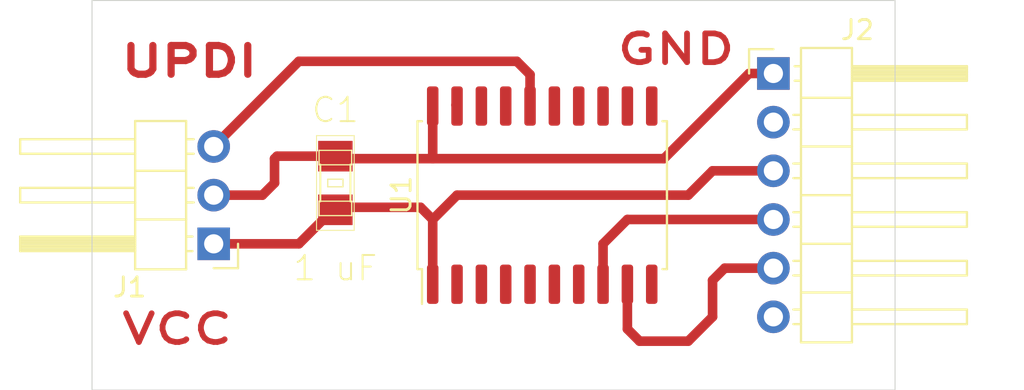
<source format=kicad_pcb>
(kicad_pcb (version 20171130) (host pcbnew "(5.1.9)-1")

  (general
    (thickness 1.6)
    (drawings 8)
    (tracks 38)
    (zones 0)
    (modules 4)
    (nets 6)
  )

  (page A4)
  (layers
    (0 F.Cu signal)
    (31 B.Cu signal)
    (32 B.Adhes user)
    (33 F.Adhes user)
    (34 B.Paste user)
    (35 F.Paste user)
    (36 B.SilkS user)
    (37 F.SilkS user)
    (38 B.Mask user)
    (39 F.Mask user)
    (40 Dwgs.User user)
    (41 Cmts.User user)
    (42 Eco1.User user)
    (43 Eco2.User user)
    (44 Edge.Cuts user)
    (45 Margin user)
    (46 B.CrtYd user)
    (47 F.CrtYd user)
    (48 B.Fab user)
    (49 F.Fab user)
  )

  (setup
    (last_trace_width 0.25)
    (user_trace_width 0.5)
    (trace_clearance 0.2)
    (zone_clearance 0.508)
    (zone_45_only no)
    (trace_min 0.4)
    (via_size 0.8)
    (via_drill 0.4)
    (via_min_size 0.4)
    (via_min_drill 0.3)
    (uvia_size 0.3)
    (uvia_drill 0.1)
    (uvias_allowed no)
    (uvia_min_size 0.2)
    (uvia_min_drill 0.1)
    (edge_width 0.05)
    (segment_width 0.2)
    (pcb_text_width 0.3)
    (pcb_text_size 1.5 1.5)
    (mod_edge_width 0.12)
    (mod_text_size 1 1)
    (mod_text_width 0.15)
    (pad_size 1.524 1.524)
    (pad_drill 0.762)
    (pad_to_mask_clearance 0)
    (aux_axis_origin 0 0)
    (visible_elements 7FFFFFFF)
    (pcbplotparams
      (layerselection 0x00100_7ffffffe)
      (usegerberextensions false)
      (usegerberattributes true)
      (usegerberadvancedattributes true)
      (creategerberjobfile true)
      (excludeedgelayer true)
      (linewidth 0.100000)
      (plotframeref false)
      (viasonmask false)
      (mode 1)
      (useauxorigin false)
      (hpglpennumber 1)
      (hpglpenspeed 20)
      (hpglpendiameter 15.000000)
      (psnegative false)
      (psa4output false)
      (plotreference true)
      (plotvalue true)
      (plotinvisibletext false)
      (padsonsilk false)
      (subtractmaskfromsilk false)
      (outputformat 5)
      (mirror false)
      (drillshape 0)
      (scaleselection 1)
      (outputdirectory "./"))
  )

  (net 0 "")
  (net 1 GND)
  (net 2 VCC)
  (net 3 "Net-(J1-Pad3)")
  (net 4 RX)
  (net 5 TX)

  (net_class Default "This is the default net class."
    (clearance 0.2)
    (trace_width 0.25)
    (via_dia 0.8)
    (via_drill 0.4)
    (uvia_dia 0.3)
    (uvia_drill 0.1)
    (add_net GND)
    (add_net "Net-(J1-Pad3)")
    (add_net "Net-(J2-Pad2)")
    (add_net "Net-(J2-Pad6)")
    (add_net "Net-(U1-Pad10)")
    (add_net "Net-(U1-Pad11)")
    (add_net "Net-(U1-Pad12)")
    (add_net "Net-(U1-Pad13)")
    (add_net "Net-(U1-Pad14)")
    (add_net "Net-(U1-Pad15)")
    (add_net "Net-(U1-Pad17)")
    (add_net "Net-(U1-Pad18)")
    (add_net "Net-(U1-Pad2)")
    (add_net "Net-(U1-Pad3)")
    (add_net "Net-(U1-Pad4)")
    (add_net "Net-(U1-Pad5)")
    (add_net "Net-(U1-Pad6)")
    (add_net "Net-(U1-Pad7)")
    (add_net RX)
    (add_net TX)
    (add_net VCC)
  )

  (module Connector_PinHeader_2.54mm:PinHeader_1x06_P2.54mm_Horizontal (layer F.Cu) (tedit 59FED5CB) (tstamp 60015083)
    (at 158.115 111.76)
    (descr "Through hole angled pin header, 1x06, 2.54mm pitch, 6mm pin length, single row")
    (tags "Through hole angled pin header THT 1x06 2.54mm single row")
    (path /600252B5)
    (fp_text reference J2 (at 4.385 -2.27) (layer F.SilkS)
      (effects (font (size 1 1) (thickness 0.15)))
    )
    (fp_text value Conn_FTDI_01x06_Male (at 4.385 14.97) (layer F.Fab)
      (effects (font (size 1 1) (thickness 0.15)))
    )
    (fp_text user %R (at 2.77 6.35 90) (layer F.Fab)
      (effects (font (size 1 1) (thickness 0.15)))
    )
    (fp_line (start 2.135 -1.27) (end 4.04 -1.27) (layer F.Fab) (width 0.1))
    (fp_line (start 4.04 -1.27) (end 4.04 13.97) (layer F.Fab) (width 0.1))
    (fp_line (start 4.04 13.97) (end 1.5 13.97) (layer F.Fab) (width 0.1))
    (fp_line (start 1.5 13.97) (end 1.5 -0.635) (layer F.Fab) (width 0.1))
    (fp_line (start 1.5 -0.635) (end 2.135 -1.27) (layer F.Fab) (width 0.1))
    (fp_line (start -0.32 -0.32) (end 1.5 -0.32) (layer F.Fab) (width 0.1))
    (fp_line (start -0.32 -0.32) (end -0.32 0.32) (layer F.Fab) (width 0.1))
    (fp_line (start -0.32 0.32) (end 1.5 0.32) (layer F.Fab) (width 0.1))
    (fp_line (start 4.04 -0.32) (end 10.04 -0.32) (layer F.Fab) (width 0.1))
    (fp_line (start 10.04 -0.32) (end 10.04 0.32) (layer F.Fab) (width 0.1))
    (fp_line (start 4.04 0.32) (end 10.04 0.32) (layer F.Fab) (width 0.1))
    (fp_line (start -0.32 2.22) (end 1.5 2.22) (layer F.Fab) (width 0.1))
    (fp_line (start -0.32 2.22) (end -0.32 2.86) (layer F.Fab) (width 0.1))
    (fp_line (start -0.32 2.86) (end 1.5 2.86) (layer F.Fab) (width 0.1))
    (fp_line (start 4.04 2.22) (end 10.04 2.22) (layer F.Fab) (width 0.1))
    (fp_line (start 10.04 2.22) (end 10.04 2.86) (layer F.Fab) (width 0.1))
    (fp_line (start 4.04 2.86) (end 10.04 2.86) (layer F.Fab) (width 0.1))
    (fp_line (start -0.32 4.76) (end 1.5 4.76) (layer F.Fab) (width 0.1))
    (fp_line (start -0.32 4.76) (end -0.32 5.4) (layer F.Fab) (width 0.1))
    (fp_line (start -0.32 5.4) (end 1.5 5.4) (layer F.Fab) (width 0.1))
    (fp_line (start 4.04 4.76) (end 10.04 4.76) (layer F.Fab) (width 0.1))
    (fp_line (start 10.04 4.76) (end 10.04 5.4) (layer F.Fab) (width 0.1))
    (fp_line (start 4.04 5.4) (end 10.04 5.4) (layer F.Fab) (width 0.1))
    (fp_line (start -0.32 7.3) (end 1.5 7.3) (layer F.Fab) (width 0.1))
    (fp_line (start -0.32 7.3) (end -0.32 7.94) (layer F.Fab) (width 0.1))
    (fp_line (start -0.32 7.94) (end 1.5 7.94) (layer F.Fab) (width 0.1))
    (fp_line (start 4.04 7.3) (end 10.04 7.3) (layer F.Fab) (width 0.1))
    (fp_line (start 10.04 7.3) (end 10.04 7.94) (layer F.Fab) (width 0.1))
    (fp_line (start 4.04 7.94) (end 10.04 7.94) (layer F.Fab) (width 0.1))
    (fp_line (start -0.32 9.84) (end 1.5 9.84) (layer F.Fab) (width 0.1))
    (fp_line (start -0.32 9.84) (end -0.32 10.48) (layer F.Fab) (width 0.1))
    (fp_line (start -0.32 10.48) (end 1.5 10.48) (layer F.Fab) (width 0.1))
    (fp_line (start 4.04 9.84) (end 10.04 9.84) (layer F.Fab) (width 0.1))
    (fp_line (start 10.04 9.84) (end 10.04 10.48) (layer F.Fab) (width 0.1))
    (fp_line (start 4.04 10.48) (end 10.04 10.48) (layer F.Fab) (width 0.1))
    (fp_line (start -0.32 12.38) (end 1.5 12.38) (layer F.Fab) (width 0.1))
    (fp_line (start -0.32 12.38) (end -0.32 13.02) (layer F.Fab) (width 0.1))
    (fp_line (start -0.32 13.02) (end 1.5 13.02) (layer F.Fab) (width 0.1))
    (fp_line (start 4.04 12.38) (end 10.04 12.38) (layer F.Fab) (width 0.1))
    (fp_line (start 10.04 12.38) (end 10.04 13.02) (layer F.Fab) (width 0.1))
    (fp_line (start 4.04 13.02) (end 10.04 13.02) (layer F.Fab) (width 0.1))
    (fp_line (start 1.44 -1.33) (end 1.44 14.03) (layer F.SilkS) (width 0.12))
    (fp_line (start 1.44 14.03) (end 4.1 14.03) (layer F.SilkS) (width 0.12))
    (fp_line (start 4.1 14.03) (end 4.1 -1.33) (layer F.SilkS) (width 0.12))
    (fp_line (start 4.1 -1.33) (end 1.44 -1.33) (layer F.SilkS) (width 0.12))
    (fp_line (start 4.1 -0.38) (end 10.1 -0.38) (layer F.SilkS) (width 0.12))
    (fp_line (start 10.1 -0.38) (end 10.1 0.38) (layer F.SilkS) (width 0.12))
    (fp_line (start 10.1 0.38) (end 4.1 0.38) (layer F.SilkS) (width 0.12))
    (fp_line (start 4.1 -0.32) (end 10.1 -0.32) (layer F.SilkS) (width 0.12))
    (fp_line (start 4.1 -0.2) (end 10.1 -0.2) (layer F.SilkS) (width 0.12))
    (fp_line (start 4.1 -0.08) (end 10.1 -0.08) (layer F.SilkS) (width 0.12))
    (fp_line (start 4.1 0.04) (end 10.1 0.04) (layer F.SilkS) (width 0.12))
    (fp_line (start 4.1 0.16) (end 10.1 0.16) (layer F.SilkS) (width 0.12))
    (fp_line (start 4.1 0.28) (end 10.1 0.28) (layer F.SilkS) (width 0.12))
    (fp_line (start 1.11 -0.38) (end 1.44 -0.38) (layer F.SilkS) (width 0.12))
    (fp_line (start 1.11 0.38) (end 1.44 0.38) (layer F.SilkS) (width 0.12))
    (fp_line (start 1.44 1.27) (end 4.1 1.27) (layer F.SilkS) (width 0.12))
    (fp_line (start 4.1 2.16) (end 10.1 2.16) (layer F.SilkS) (width 0.12))
    (fp_line (start 10.1 2.16) (end 10.1 2.92) (layer F.SilkS) (width 0.12))
    (fp_line (start 10.1 2.92) (end 4.1 2.92) (layer F.SilkS) (width 0.12))
    (fp_line (start 1.042929 2.16) (end 1.44 2.16) (layer F.SilkS) (width 0.12))
    (fp_line (start 1.042929 2.92) (end 1.44 2.92) (layer F.SilkS) (width 0.12))
    (fp_line (start 1.44 3.81) (end 4.1 3.81) (layer F.SilkS) (width 0.12))
    (fp_line (start 4.1 4.7) (end 10.1 4.7) (layer F.SilkS) (width 0.12))
    (fp_line (start 10.1 4.7) (end 10.1 5.46) (layer F.SilkS) (width 0.12))
    (fp_line (start 10.1 5.46) (end 4.1 5.46) (layer F.SilkS) (width 0.12))
    (fp_line (start 1.042929 4.7) (end 1.44 4.7) (layer F.SilkS) (width 0.12))
    (fp_line (start 1.042929 5.46) (end 1.44 5.46) (layer F.SilkS) (width 0.12))
    (fp_line (start 1.44 6.35) (end 4.1 6.35) (layer F.SilkS) (width 0.12))
    (fp_line (start 4.1 7.24) (end 10.1 7.24) (layer F.SilkS) (width 0.12))
    (fp_line (start 10.1 7.24) (end 10.1 8) (layer F.SilkS) (width 0.12))
    (fp_line (start 10.1 8) (end 4.1 8) (layer F.SilkS) (width 0.12))
    (fp_line (start 1.042929 7.24) (end 1.44 7.24) (layer F.SilkS) (width 0.12))
    (fp_line (start 1.042929 8) (end 1.44 8) (layer F.SilkS) (width 0.12))
    (fp_line (start 1.44 8.89) (end 4.1 8.89) (layer F.SilkS) (width 0.12))
    (fp_line (start 4.1 9.78) (end 10.1 9.78) (layer F.SilkS) (width 0.12))
    (fp_line (start 10.1 9.78) (end 10.1 10.54) (layer F.SilkS) (width 0.12))
    (fp_line (start 10.1 10.54) (end 4.1 10.54) (layer F.SilkS) (width 0.12))
    (fp_line (start 1.042929 9.78) (end 1.44 9.78) (layer F.SilkS) (width 0.12))
    (fp_line (start 1.042929 10.54) (end 1.44 10.54) (layer F.SilkS) (width 0.12))
    (fp_line (start 1.44 11.43) (end 4.1 11.43) (layer F.SilkS) (width 0.12))
    (fp_line (start 4.1 12.32) (end 10.1 12.32) (layer F.SilkS) (width 0.12))
    (fp_line (start 10.1 12.32) (end 10.1 13.08) (layer F.SilkS) (width 0.12))
    (fp_line (start 10.1 13.08) (end 4.1 13.08) (layer F.SilkS) (width 0.12))
    (fp_line (start 1.042929 12.32) (end 1.44 12.32) (layer F.SilkS) (width 0.12))
    (fp_line (start 1.042929 13.08) (end 1.44 13.08) (layer F.SilkS) (width 0.12))
    (fp_line (start -1.27 0) (end -1.27 -1.27) (layer F.SilkS) (width 0.12))
    (fp_line (start -1.27 -1.27) (end 0 -1.27) (layer F.SilkS) (width 0.12))
    (fp_line (start -1.8 -1.8) (end -1.8 14.5) (layer F.CrtYd) (width 0.05))
    (fp_line (start -1.8 14.5) (end 10.55 14.5) (layer F.CrtYd) (width 0.05))
    (fp_line (start 10.55 14.5) (end 10.55 -1.8) (layer F.CrtYd) (width 0.05))
    (fp_line (start 10.55 -1.8) (end -1.8 -1.8) (layer F.CrtYd) (width 0.05))
    (pad 6 thru_hole oval (at 0 12.7) (size 1.7 1.7) (drill 1) (layers *.Cu *.Mask))
    (pad 5 thru_hole oval (at 0 10.16) (size 1.7 1.7) (drill 1) (layers *.Cu *.Mask)
      (net 4 RX))
    (pad 4 thru_hole oval (at 0 7.62) (size 1.7 1.7) (drill 1) (layers *.Cu *.Mask)
      (net 5 TX))
    (pad 3 thru_hole oval (at 0 5.08) (size 1.7 1.7) (drill 1) (layers *.Cu *.Mask)
      (net 2 VCC))
    (pad 2 thru_hole oval (at 0 2.54) (size 1.7 1.7) (drill 1) (layers *.Cu *.Mask))
    (pad 1 thru_hole rect (at 0 0) (size 1.7 1.7) (drill 1) (layers *.Cu *.Mask)
      (net 1 GND))
    (model ${KISYS3DMOD}/Connector_PinHeader_2.54mm.3dshapes/PinHeader_1x06_P2.54mm_Horizontal.wrl
      (at (xyz 0 0 0))
      (scale (xyz 1 1 1))
      (rotate (xyz 0 0 0))
    )
  )

  (module Connector_PinHeader_2.54mm:PinHeader_1x03_P2.54mm_Horizontal (layer F.Cu) (tedit 59FED5CB) (tstamp 60002154)
    (at 128.905 120.65 180)
    (descr "Through hole angled pin header, 1x03, 2.54mm pitch, 6mm pin length, single row")
    (tags "Through hole angled pin header THT 1x03 2.54mm single row")
    (path /6002AE56)
    (fp_text reference J1 (at 4.385 -2.27) (layer F.SilkS)
      (effects (font (size 1 1) (thickness 0.15)))
    )
    (fp_text value Conn_01x03_Male (at 4.385 7.35) (layer F.Fab)
      (effects (font (size 1 1) (thickness 0.15)))
    )
    (fp_text user %R (at 2.77 2.54 90) (layer F.Fab)
      (effects (font (size 1 1) (thickness 0.15)))
    )
    (fp_line (start 2.135 -1.27) (end 4.04 -1.27) (layer F.Fab) (width 0.1))
    (fp_line (start 4.04 -1.27) (end 4.04 6.35) (layer F.Fab) (width 0.1))
    (fp_line (start 4.04 6.35) (end 1.5 6.35) (layer F.Fab) (width 0.1))
    (fp_line (start 1.5 6.35) (end 1.5 -0.635) (layer F.Fab) (width 0.1))
    (fp_line (start 1.5 -0.635) (end 2.135 -1.27) (layer F.Fab) (width 0.1))
    (fp_line (start -0.32 -0.32) (end 1.5 -0.32) (layer F.Fab) (width 0.1))
    (fp_line (start -0.32 -0.32) (end -0.32 0.32) (layer F.Fab) (width 0.1))
    (fp_line (start -0.32 0.32) (end 1.5 0.32) (layer F.Fab) (width 0.1))
    (fp_line (start 4.04 -0.32) (end 10.04 -0.32) (layer F.Fab) (width 0.1))
    (fp_line (start 10.04 -0.32) (end 10.04 0.32) (layer F.Fab) (width 0.1))
    (fp_line (start 4.04 0.32) (end 10.04 0.32) (layer F.Fab) (width 0.1))
    (fp_line (start -0.32 2.22) (end 1.5 2.22) (layer F.Fab) (width 0.1))
    (fp_line (start -0.32 2.22) (end -0.32 2.86) (layer F.Fab) (width 0.1))
    (fp_line (start -0.32 2.86) (end 1.5 2.86) (layer F.Fab) (width 0.1))
    (fp_line (start 4.04 2.22) (end 10.04 2.22) (layer F.Fab) (width 0.1))
    (fp_line (start 10.04 2.22) (end 10.04 2.86) (layer F.Fab) (width 0.1))
    (fp_line (start 4.04 2.86) (end 10.04 2.86) (layer F.Fab) (width 0.1))
    (fp_line (start -0.32 4.76) (end 1.5 4.76) (layer F.Fab) (width 0.1))
    (fp_line (start -0.32 4.76) (end -0.32 5.4) (layer F.Fab) (width 0.1))
    (fp_line (start -0.32 5.4) (end 1.5 5.4) (layer F.Fab) (width 0.1))
    (fp_line (start 4.04 4.76) (end 10.04 4.76) (layer F.Fab) (width 0.1))
    (fp_line (start 10.04 4.76) (end 10.04 5.4) (layer F.Fab) (width 0.1))
    (fp_line (start 4.04 5.4) (end 10.04 5.4) (layer F.Fab) (width 0.1))
    (fp_line (start 1.44 -1.33) (end 1.44 6.41) (layer F.SilkS) (width 0.12))
    (fp_line (start 1.44 6.41) (end 4.1 6.41) (layer F.SilkS) (width 0.12))
    (fp_line (start 4.1 6.41) (end 4.1 -1.33) (layer F.SilkS) (width 0.12))
    (fp_line (start 4.1 -1.33) (end 1.44 -1.33) (layer F.SilkS) (width 0.12))
    (fp_line (start 4.1 -0.38) (end 10.1 -0.38) (layer F.SilkS) (width 0.12))
    (fp_line (start 10.1 -0.38) (end 10.1 0.38) (layer F.SilkS) (width 0.12))
    (fp_line (start 10.1 0.38) (end 4.1 0.38) (layer F.SilkS) (width 0.12))
    (fp_line (start 4.1 -0.32) (end 10.1 -0.32) (layer F.SilkS) (width 0.12))
    (fp_line (start 4.1 -0.2) (end 10.1 -0.2) (layer F.SilkS) (width 0.12))
    (fp_line (start 4.1 -0.08) (end 10.1 -0.08) (layer F.SilkS) (width 0.12))
    (fp_line (start 4.1 0.04) (end 10.1 0.04) (layer F.SilkS) (width 0.12))
    (fp_line (start 4.1 0.16) (end 10.1 0.16) (layer F.SilkS) (width 0.12))
    (fp_line (start 4.1 0.28) (end 10.1 0.28) (layer F.SilkS) (width 0.12))
    (fp_line (start 1.11 -0.38) (end 1.44 -0.38) (layer F.SilkS) (width 0.12))
    (fp_line (start 1.11 0.38) (end 1.44 0.38) (layer F.SilkS) (width 0.12))
    (fp_line (start 1.44 1.27) (end 4.1 1.27) (layer F.SilkS) (width 0.12))
    (fp_line (start 4.1 2.16) (end 10.1 2.16) (layer F.SilkS) (width 0.12))
    (fp_line (start 10.1 2.16) (end 10.1 2.92) (layer F.SilkS) (width 0.12))
    (fp_line (start 10.1 2.92) (end 4.1 2.92) (layer F.SilkS) (width 0.12))
    (fp_line (start 1.042929 2.16) (end 1.44 2.16) (layer F.SilkS) (width 0.12))
    (fp_line (start 1.042929 2.92) (end 1.44 2.92) (layer F.SilkS) (width 0.12))
    (fp_line (start 1.44 3.81) (end 4.1 3.81) (layer F.SilkS) (width 0.12))
    (fp_line (start 4.1 4.7) (end 10.1 4.7) (layer F.SilkS) (width 0.12))
    (fp_line (start 10.1 4.7) (end 10.1 5.46) (layer F.SilkS) (width 0.12))
    (fp_line (start 10.1 5.46) (end 4.1 5.46) (layer F.SilkS) (width 0.12))
    (fp_line (start 1.042929 4.7) (end 1.44 4.7) (layer F.SilkS) (width 0.12))
    (fp_line (start 1.042929 5.46) (end 1.44 5.46) (layer F.SilkS) (width 0.12))
    (fp_line (start -1.27 0) (end -1.27 -1.27) (layer F.SilkS) (width 0.12))
    (fp_line (start -1.27 -1.27) (end 0 -1.27) (layer F.SilkS) (width 0.12))
    (fp_line (start -1.8 -1.8) (end -1.8 6.85) (layer F.CrtYd) (width 0.05))
    (fp_line (start -1.8 6.85) (end 10.55 6.85) (layer F.CrtYd) (width 0.05))
    (fp_line (start 10.55 6.85) (end 10.55 -1.8) (layer F.CrtYd) (width 0.05))
    (fp_line (start 10.55 -1.8) (end -1.8 -1.8) (layer F.CrtYd) (width 0.05))
    (pad 3 thru_hole oval (at 0 5.08 180) (size 1.7 1.7) (drill 1) (layers *.Cu *.Mask)
      (net 3 "Net-(J1-Pad3)"))
    (pad 2 thru_hole oval (at 0 2.54 180) (size 1.7 1.7) (drill 1) (layers *.Cu *.Mask)
      (net 1 GND))
    (pad 1 thru_hole rect (at 0 0 180) (size 1.7 1.7) (drill 1) (layers *.Cu *.Mask)
      (net 2 VCC))
    (model ${KISYS3DMOD}/Connector_PinHeader_2.54mm.3dshapes/PinHeader_1x03_P2.54mm_Horizontal.wrl
      (at (xyz 0 0 0))
      (scale (xyz 1 1 1))
      (rotate (xyz 0 0 0))
    )
  )

  (module Package_SO:SOIC-20W_7.5x12.8mm_P1.27mm (layer F.Cu) (tedit 5D9F72B1) (tstamp 60013425)
    (at 146.05 118.11 90)
    (descr "SOIC, 20 Pin (JEDEC MS-013AC, https://www.analog.com/media/en/package-pcb-resources/package/233848rw_20.pdf), generated with kicad-footprint-generator ipc_gullwing_generator.py")
    (tags "SOIC SO")
    (path /600136EB)
    (attr smd)
    (fp_text reference U1 (at 0 -7.35 90) (layer F.SilkS)
      (effects (font (size 1 1) (thickness 0.15)))
    )
    (fp_text value ATtiny1616-S (at -7.62 -0.635 180) (layer F.Fab)
      (effects (font (size 1 1) (thickness 0.15)))
    )
    (fp_line (start 5.93 -6.65) (end -5.93 -6.65) (layer F.CrtYd) (width 0.05))
    (fp_line (start 5.93 6.65) (end 5.93 -6.65) (layer F.CrtYd) (width 0.05))
    (fp_line (start -5.93 6.65) (end 5.93 6.65) (layer F.CrtYd) (width 0.05))
    (fp_line (start -5.93 -6.65) (end -5.93 6.65) (layer F.CrtYd) (width 0.05))
    (fp_line (start -3.75 -5.4) (end -2.75 -6.4) (layer F.Fab) (width 0.1))
    (fp_line (start -3.75 6.4) (end -3.75 -5.4) (layer F.Fab) (width 0.1))
    (fp_line (start 3.75 6.4) (end -3.75 6.4) (layer F.Fab) (width 0.1))
    (fp_line (start 3.75 -6.4) (end 3.75 6.4) (layer F.Fab) (width 0.1))
    (fp_line (start -2.75 -6.4) (end 3.75 -6.4) (layer F.Fab) (width 0.1))
    (fp_line (start -3.86 -6.275) (end -5.675 -6.275) (layer F.SilkS) (width 0.12))
    (fp_line (start -3.86 -6.51) (end -3.86 -6.275) (layer F.SilkS) (width 0.12))
    (fp_line (start 0 -6.51) (end -3.86 -6.51) (layer F.SilkS) (width 0.12))
    (fp_line (start 3.86 -6.51) (end 3.86 -6.275) (layer F.SilkS) (width 0.12))
    (fp_line (start 0 -6.51) (end 3.86 -6.51) (layer F.SilkS) (width 0.12))
    (fp_line (start -3.86 6.51) (end -3.86 6.275) (layer F.SilkS) (width 0.12))
    (fp_line (start 0 6.51) (end -3.86 6.51) (layer F.SilkS) (width 0.12))
    (fp_line (start 3.86 6.51) (end 3.86 6.275) (layer F.SilkS) (width 0.12))
    (fp_line (start 0 6.51) (end 3.86 6.51) (layer F.SilkS) (width 0.12))
    (fp_text user %R (at 0 0 90) (layer F.Fab)
      (effects (font (size 1 1) (thickness 0.15)))
    )
    (pad 20 smd roundrect (at 4.65 -5.715 90) (size 2.05 0.6) (layers F.Cu F.Paste F.Mask) (roundrect_rratio 0.25)
      (net 1 GND))
    (pad 19 smd roundrect (at 4.65 -4.445 90) (size 2.05 0.6) (layers F.Cu F.Paste F.Mask) (roundrect_rratio 0.25))
    (pad 18 smd roundrect (at 4.65 -3.175 90) (size 2.05 0.6) (layers F.Cu F.Paste F.Mask) (roundrect_rratio 0.25))
    (pad 17 smd roundrect (at 4.65 -1.905 90) (size 2.05 0.6) (layers F.Cu F.Paste F.Mask) (roundrect_rratio 0.25))
    (pad 16 smd roundrect (at 4.65 -0.635 90) (size 2.05 0.6) (layers F.Cu F.Paste F.Mask) (roundrect_rratio 0.25)
      (net 3 "Net-(J1-Pad3)"))
    (pad 15 smd roundrect (at 4.65 0.635 90) (size 2.05 0.6) (layers F.Cu F.Paste F.Mask) (roundrect_rratio 0.25))
    (pad 14 smd roundrect (at 4.65 1.905 90) (size 2.05 0.6) (layers F.Cu F.Paste F.Mask) (roundrect_rratio 0.25))
    (pad 13 smd roundrect (at 4.65 3.175 90) (size 2.05 0.6) (layers F.Cu F.Paste F.Mask) (roundrect_rratio 0.25))
    (pad 12 smd roundrect (at 4.65 4.445 90) (size 2.05 0.6) (layers F.Cu F.Paste F.Mask) (roundrect_rratio 0.25))
    (pad 11 smd roundrect (at 4.65 5.715 90) (size 2.05 0.6) (layers F.Cu F.Paste F.Mask) (roundrect_rratio 0.25))
    (pad 10 smd roundrect (at -4.65 5.715 90) (size 2.05 0.6) (layers F.Cu F.Paste F.Mask) (roundrect_rratio 0.25))
    (pad 9 smd roundrect (at -4.65 4.445 90) (size 2.05 0.6) (layers F.Cu F.Paste F.Mask) (roundrect_rratio 0.25)
      (net 4 RX))
    (pad 8 smd roundrect (at -4.65 3.175 90) (size 2.05 0.6) (layers F.Cu F.Paste F.Mask) (roundrect_rratio 0.25)
      (net 5 TX))
    (pad 7 smd roundrect (at -4.65 1.905 90) (size 2.05 0.6) (layers F.Cu F.Paste F.Mask) (roundrect_rratio 0.25))
    (pad 6 smd roundrect (at -4.65 0.635 90) (size 2.05 0.6) (layers F.Cu F.Paste F.Mask) (roundrect_rratio 0.25))
    (pad 5 smd roundrect (at -4.65 -0.635 90) (size 2.05 0.6) (layers F.Cu F.Paste F.Mask) (roundrect_rratio 0.25))
    (pad 4 smd roundrect (at -4.65 -1.905 90) (size 2.05 0.6) (layers F.Cu F.Paste F.Mask) (roundrect_rratio 0.25))
    (pad 3 smd roundrect (at -4.65 -3.175 90) (size 2.05 0.6) (layers F.Cu F.Paste F.Mask) (roundrect_rratio 0.25))
    (pad 2 smd roundrect (at -4.65 -4.445 90) (size 2.05 0.6) (layers F.Cu F.Paste F.Mask) (roundrect_rratio 0.25))
    (pad 1 smd roundrect (at -4.65 -5.715 90) (size 2.05 0.6) (layers F.Cu F.Paste F.Mask) (roundrect_rratio 0.25)
      (net 2 VCC))
    (model ${KISYS3DMOD}/Package_SO.3dshapes/SOIC-20W_7.5x12.8mm_P1.27mm.wrl
      (at (xyz 0 0 0))
      (scale (xyz 1 1 1))
      (rotate (xyz 0 0 0))
    )
  )

  (module fab:fab-C1206 (layer F.Cu) (tedit 200000) (tstamp 600041D0)
    (at 135.255 117.475 90)
    (descr CAPACITOR)
    (tags CAPACITOR)
    (path /60024360)
    (attr smd)
    (fp_text reference C1 (at 3.81 0 180) (layer F.SilkS)
      (effects (font (size 1.27 1.27) (thickness 0.1016)))
    )
    (fp_text value "1 uF" (at -4.445 0 180) (layer F.SilkS)
      (effects (font (size 1.27 1.27) (thickness 0.1016)))
    )
    (fp_line (start -1.7018 0.8509) (end -0.94996 0.8509) (layer F.SilkS) (width 0.06604))
    (fp_line (start -0.94996 0.8509) (end -0.94996 -0.84836) (layer F.SilkS) (width 0.06604))
    (fp_line (start -1.7018 -0.84836) (end -0.94996 -0.84836) (layer F.SilkS) (width 0.06604))
    (fp_line (start -1.7018 0.8509) (end -1.7018 -0.84836) (layer F.SilkS) (width 0.06604))
    (fp_line (start 0.94996 0.84836) (end 1.7018 0.84836) (layer F.SilkS) (width 0.06604))
    (fp_line (start 1.7018 0.84836) (end 1.7018 -0.8509) (layer F.SilkS) (width 0.06604))
    (fp_line (start 0.94996 -0.8509) (end 1.7018 -0.8509) (layer F.SilkS) (width 0.06604))
    (fp_line (start 0.94996 0.84836) (end 0.94996 -0.8509) (layer F.SilkS) (width 0.06604))
    (fp_line (start -0.19812 0.39878) (end 0.19812 0.39878) (layer F.SilkS) (width 0.06604))
    (fp_line (start 0.19812 0.39878) (end 0.19812 -0.39878) (layer F.SilkS) (width 0.06604))
    (fp_line (start -0.19812 -0.39878) (end 0.19812 -0.39878) (layer F.SilkS) (width 0.06604))
    (fp_line (start -0.19812 0.39878) (end -0.19812 -0.39878) (layer F.SilkS) (width 0.06604))
    (fp_line (start -2.47142 -0.98298) (end 2.47142 -0.98298) (layer F.SilkS) (width 0.0508))
    (fp_line (start 2.47142 0.98298) (end -2.47142 0.98298) (layer F.SilkS) (width 0.0508))
    (fp_line (start -2.47142 0.98298) (end -2.47142 -0.98298) (layer F.SilkS) (width 0.0508))
    (fp_line (start 2.47142 -0.98298) (end 2.47142 0.98298) (layer F.SilkS) (width 0.0508))
    (fp_line (start -0.96266 -0.78486) (end 0.96266 -0.78486) (layer F.SilkS) (width 0.1016))
    (fp_line (start -0.96266 0.78486) (end 0.96266 0.78486) (layer F.SilkS) (width 0.1016))
    (pad 2 smd rect (at 1.39954 0 90) (size 1.59766 1.79832) (layers F.Cu F.Paste F.Mask)
      (net 1 GND))
    (pad 1 smd rect (at -1.39954 0 90) (size 1.59766 1.79832) (layers F.Cu F.Paste F.Mask)
      (net 2 VCC))
  )

  (gr_line (start 164.465 128.27) (end 122.555 128.27) (layer Edge.Cuts) (width 0.05) (tstamp 60401E4F))
  (gr_line (start 164.465 107.95) (end 164.465 128.27) (layer Edge.Cuts) (width 0.05))
  (gr_line (start 122.555 107.95) (end 164.465 107.95) (layer Edge.Cuts) (width 0.05))
  (gr_line (start 122.555 128.27) (end 122.555 107.95) (layer Edge.Cuts) (width 0.05))
  (gr_text GND (at 153.035 110.49) (layer F.Cu)
    (effects (font (size 1.5 2) (thickness 0.3)))
  )
  (gr_text VCC (at 127 125.095) (layer F.Cu)
    (effects (font (size 1.5 2) (thickness 0.3)))
  )
  (gr_text UPDI (at 127.635 111.125) (layer F.Cu)
    (effects (font (size 1.5 2) (thickness 0.375)))
  )
  (gr_poly (pts (xy 163.195 127.635) (xy 123.825 127.635) (xy 123.825 108.585) (xy 163.195 108.585)) (layer Dwgs.User) (width 0.1))

  (segment (start 141.548524 113.403524) (end 141.605 113.46) (width 0.5) (layer F.Cu) (net 0))
  (segment (start 140.335 113.46) (end 140.335 116.205) (width 0.5) (layer F.Cu) (net 1))
  (segment (start 135.38454 116.205) (end 135.255 116.07546) (width 0.5) (layer F.Cu) (net 1))
  (segment (start 140.335 116.205) (end 135.38454 116.205) (width 0.5) (layer F.Cu) (net 1))
  (segment (start 135.255 116.07546) (end 132.20954 116.07546) (width 0.5) (layer F.Cu) (net 1))
  (segment (start 132.20954 116.07546) (end 132.08 116.205) (width 0.5) (layer F.Cu) (net 1))
  (segment (start 131.445 118.11) (end 128.905 118.11) (width 0.5) (layer F.Cu) (net 1))
  (segment (start 132.08 117.475) (end 131.445 118.11) (width 0.5) (layer F.Cu) (net 1))
  (segment (start 132.08 116.205) (end 132.08 117.475) (width 0.5) (layer F.Cu) (net 1))
  (segment (start 140.335 116.205) (end 152.4 116.205) (width 0.5) (layer F.Cu) (net 1))
  (segment (start 156.845 111.76) (end 158.115 111.76) (width 0.5) (layer F.Cu) (net 1))
  (segment (start 152.4 116.205) (end 156.845 111.76) (width 0.5) (layer F.Cu) (net 1))
  (segment (start 134.80046 118.42) (end 135.255 118.87454) (width 0.5) (layer F.Cu) (net 2))
  (segment (start 135.38454 118.745) (end 135.255 118.87454) (width 0.5) (layer F.Cu) (net 2))
  (segment (start 139.7 118.745) (end 135.38454 118.745) (width 0.5) (layer F.Cu) (net 2))
  (segment (start 135.255 118.87454) (end 135.12546 118.87454) (width 0.5) (layer F.Cu) (net 2))
  (segment (start 133.35 120.65) (end 128.905 120.65) (width 0.5) (layer F.Cu) (net 2))
  (segment (start 135.12546 118.87454) (end 133.35 120.65) (width 0.5) (layer F.Cu) (net 2))
  (segment (start 140.335 119.38) (end 139.7 118.745) (width 0.5) (layer F.Cu) (net 2))
  (segment (start 140.335 122.76) (end 140.335 119.38) (width 0.5) (layer F.Cu) (net 2))
  (segment (start 140.335 119.38) (end 141.605 118.11) (width 0.5) (layer F.Cu) (net 2))
  (segment (start 141.605 118.11) (end 153.67 118.11) (width 0.5) (layer F.Cu) (net 2))
  (segment (start 154.94 116.84) (end 158.115 116.84) (width 0.5) (layer F.Cu) (net 2))
  (segment (start 153.67 118.11) (end 154.94 116.84) (width 0.5) (layer F.Cu) (net 2))
  (segment (start 145.415 111.816476) (end 145.415 113.46) (width 0.5) (layer F.Cu) (net 3))
  (segment (start 144.723524 111.125) (end 145.415 111.816476) (width 0.5) (layer F.Cu) (net 3))
  (segment (start 133.35 111.125) (end 144.723524 111.125) (width 0.5) (layer F.Cu) (net 3))
  (segment (start 128.905 115.57) (end 133.35 111.125) (width 0.5) (layer F.Cu) (net 3))
  (segment (start 155.575 121.92) (end 158.115 121.92) (width 0.5) (layer F.Cu) (net 4))
  (segment (start 150.495 122.76) (end 150.495 125.095) (width 0.5) (layer F.Cu) (net 4))
  (segment (start 150.495 125.095) (end 151.13 125.73) (width 0.5) (layer F.Cu) (net 4))
  (segment (start 151.13 125.73) (end 153.67 125.73) (width 0.5) (layer F.Cu) (net 4))
  (segment (start 153.67 125.73) (end 154.94 124.46) (width 0.5) (layer F.Cu) (net 4))
  (segment (start 154.94 122.555) (end 155.575 121.92) (width 0.5) (layer F.Cu) (net 4))
  (segment (start 154.94 124.46) (end 154.94 122.555) (width 0.5) (layer F.Cu) (net 4))
  (segment (start 149.225 122.76) (end 149.225 120.65) (width 0.5) (layer F.Cu) (net 5))
  (segment (start 149.225 120.65) (end 150.495 119.38) (width 0.5) (layer F.Cu) (net 5))
  (segment (start 150.495 119.38) (end 158.115 119.38) (width 0.5) (layer F.Cu) (net 5))

)

</source>
